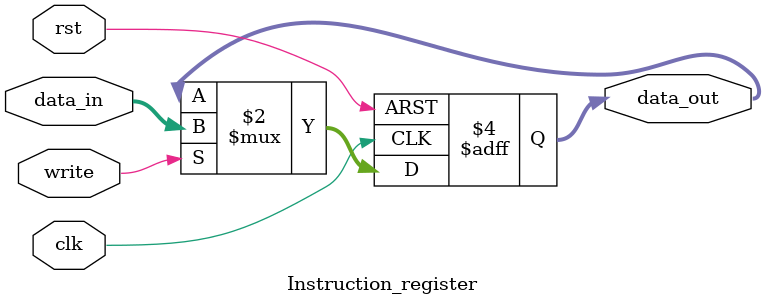
<source format=v>
module Instruction_register
       (input clk,write,rst,
        input [15:0] data_in,
        output reg [15:0] data_out);

        always @( posedge clk or posedge rst )
            begin
                 if ( rst ) data_out <= 0;
                 else if ( write ) data_out <= data_in;   
           end
endmodule 
</source>
